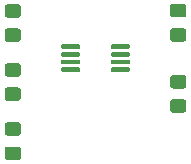
<source format=gbr>
%TF.GenerationSoftware,KiCad,Pcbnew,(5.1.6)-1*%
%TF.CreationDate,2020-09-22T06:28:04-04:00*%
%TF.ProjectId,Tutorial,5475746f-7269-4616-9c2e-6b696361645f,rev?*%
%TF.SameCoordinates,Original*%
%TF.FileFunction,Paste,Top*%
%TF.FilePolarity,Positive*%
%FSLAX46Y46*%
G04 Gerber Fmt 4.6, Leading zero omitted, Abs format (unit mm)*
G04 Created by KiCad (PCBNEW (5.1.6)-1) date 2020-09-22 06:28:04*
%MOMM*%
%LPD*%
G01*
G04 APERTURE LIST*
G04 APERTURE END LIST*
%TO.C,U1*%
G36*
G01*
X162300000Y-86125000D02*
X162300000Y-85925000D01*
G75*
G02*
X162400000Y-85825000I100000J0D01*
G01*
X163825000Y-85825000D01*
G75*
G02*
X163925000Y-85925000I0J-100000D01*
G01*
X163925000Y-86125000D01*
G75*
G02*
X163825000Y-86225000I-100000J0D01*
G01*
X162400000Y-86225000D01*
G75*
G02*
X162300000Y-86125000I0J100000D01*
G01*
G37*
G36*
G01*
X162300000Y-86775000D02*
X162300000Y-86575000D01*
G75*
G02*
X162400000Y-86475000I100000J0D01*
G01*
X163825000Y-86475000D01*
G75*
G02*
X163925000Y-86575000I0J-100000D01*
G01*
X163925000Y-86775000D01*
G75*
G02*
X163825000Y-86875000I-100000J0D01*
G01*
X162400000Y-86875000D01*
G75*
G02*
X162300000Y-86775000I0J100000D01*
G01*
G37*
G36*
G01*
X162300000Y-87425000D02*
X162300000Y-87225000D01*
G75*
G02*
X162400000Y-87125000I100000J0D01*
G01*
X163825000Y-87125000D01*
G75*
G02*
X163925000Y-87225000I0J-100000D01*
G01*
X163925000Y-87425000D01*
G75*
G02*
X163825000Y-87525000I-100000J0D01*
G01*
X162400000Y-87525000D01*
G75*
G02*
X162300000Y-87425000I0J100000D01*
G01*
G37*
G36*
G01*
X162300000Y-88075000D02*
X162300000Y-87875000D01*
G75*
G02*
X162400000Y-87775000I100000J0D01*
G01*
X163825000Y-87775000D01*
G75*
G02*
X163925000Y-87875000I0J-100000D01*
G01*
X163925000Y-88075000D01*
G75*
G02*
X163825000Y-88175000I-100000J0D01*
G01*
X162400000Y-88175000D01*
G75*
G02*
X162300000Y-88075000I0J100000D01*
G01*
G37*
G36*
G01*
X158075000Y-88075000D02*
X158075000Y-87875000D01*
G75*
G02*
X158175000Y-87775000I100000J0D01*
G01*
X159600000Y-87775000D01*
G75*
G02*
X159700000Y-87875000I0J-100000D01*
G01*
X159700000Y-88075000D01*
G75*
G02*
X159600000Y-88175000I-100000J0D01*
G01*
X158175000Y-88175000D01*
G75*
G02*
X158075000Y-88075000I0J100000D01*
G01*
G37*
G36*
G01*
X158075000Y-87425000D02*
X158075000Y-87225000D01*
G75*
G02*
X158175000Y-87125000I100000J0D01*
G01*
X159600000Y-87125000D01*
G75*
G02*
X159700000Y-87225000I0J-100000D01*
G01*
X159700000Y-87425000D01*
G75*
G02*
X159600000Y-87525000I-100000J0D01*
G01*
X158175000Y-87525000D01*
G75*
G02*
X158075000Y-87425000I0J100000D01*
G01*
G37*
G36*
G01*
X158075000Y-86775000D02*
X158075000Y-86575000D01*
G75*
G02*
X158175000Y-86475000I100000J0D01*
G01*
X159600000Y-86475000D01*
G75*
G02*
X159700000Y-86575000I0J-100000D01*
G01*
X159700000Y-86775000D01*
G75*
G02*
X159600000Y-86875000I-100000J0D01*
G01*
X158175000Y-86875000D01*
G75*
G02*
X158075000Y-86775000I0J100000D01*
G01*
G37*
G36*
G01*
X158075000Y-86125000D02*
X158075000Y-85925000D01*
G75*
G02*
X158175000Y-85825000I100000J0D01*
G01*
X159600000Y-85825000D01*
G75*
G02*
X159700000Y-85925000I0J-100000D01*
G01*
X159700000Y-86125000D01*
G75*
G02*
X159600000Y-86225000I-100000J0D01*
G01*
X158175000Y-86225000D01*
G75*
G02*
X158075000Y-86125000I0J100000D01*
G01*
G37*
%TD*%
%TO.C,R3*%
G36*
G01*
X153549999Y-89475000D02*
X154450001Y-89475000D01*
G75*
G02*
X154700000Y-89724999I0J-249999D01*
G01*
X154700000Y-90375001D01*
G75*
G02*
X154450001Y-90625000I-249999J0D01*
G01*
X153549999Y-90625000D01*
G75*
G02*
X153300000Y-90375001I0J249999D01*
G01*
X153300000Y-89724999D01*
G75*
G02*
X153549999Y-89475000I249999J0D01*
G01*
G37*
G36*
G01*
X153549999Y-87425000D02*
X154450001Y-87425000D01*
G75*
G02*
X154700000Y-87674999I0J-249999D01*
G01*
X154700000Y-88325001D01*
G75*
G02*
X154450001Y-88575000I-249999J0D01*
G01*
X153549999Y-88575000D01*
G75*
G02*
X153300000Y-88325001I0J249999D01*
G01*
X153300000Y-87674999D01*
G75*
G02*
X153549999Y-87425000I249999J0D01*
G01*
G37*
%TD*%
%TO.C,R2*%
G36*
G01*
X167549999Y-90475000D02*
X168450001Y-90475000D01*
G75*
G02*
X168700000Y-90724999I0J-249999D01*
G01*
X168700000Y-91375001D01*
G75*
G02*
X168450001Y-91625000I-249999J0D01*
G01*
X167549999Y-91625000D01*
G75*
G02*
X167300000Y-91375001I0J249999D01*
G01*
X167300000Y-90724999D01*
G75*
G02*
X167549999Y-90475000I249999J0D01*
G01*
G37*
G36*
G01*
X167549999Y-88425000D02*
X168450001Y-88425000D01*
G75*
G02*
X168700000Y-88674999I0J-249999D01*
G01*
X168700000Y-89325001D01*
G75*
G02*
X168450001Y-89575000I-249999J0D01*
G01*
X167549999Y-89575000D01*
G75*
G02*
X167300000Y-89325001I0J249999D01*
G01*
X167300000Y-88674999D01*
G75*
G02*
X167549999Y-88425000I249999J0D01*
G01*
G37*
%TD*%
%TO.C,R1*%
G36*
G01*
X167549999Y-84450000D02*
X168450001Y-84450000D01*
G75*
G02*
X168700000Y-84699999I0J-249999D01*
G01*
X168700000Y-85350001D01*
G75*
G02*
X168450001Y-85600000I-249999J0D01*
G01*
X167549999Y-85600000D01*
G75*
G02*
X167300000Y-85350001I0J249999D01*
G01*
X167300000Y-84699999D01*
G75*
G02*
X167549999Y-84450000I249999J0D01*
G01*
G37*
G36*
G01*
X167549999Y-82400000D02*
X168450001Y-82400000D01*
G75*
G02*
X168700000Y-82649999I0J-249999D01*
G01*
X168700000Y-83300001D01*
G75*
G02*
X168450001Y-83550000I-249999J0D01*
G01*
X167549999Y-83550000D01*
G75*
G02*
X167300000Y-83300001I0J249999D01*
G01*
X167300000Y-82649999D01*
G75*
G02*
X167549999Y-82400000I249999J0D01*
G01*
G37*
%TD*%
%TO.C,D1*%
G36*
G01*
X154450001Y-93575000D02*
X153549999Y-93575000D01*
G75*
G02*
X153300000Y-93325001I0J249999D01*
G01*
X153300000Y-92674999D01*
G75*
G02*
X153549999Y-92425000I249999J0D01*
G01*
X154450001Y-92425000D01*
G75*
G02*
X154700000Y-92674999I0J-249999D01*
G01*
X154700000Y-93325001D01*
G75*
G02*
X154450001Y-93575000I-249999J0D01*
G01*
G37*
G36*
G01*
X154450001Y-95625000D02*
X153549999Y-95625000D01*
G75*
G02*
X153300000Y-95375001I0J249999D01*
G01*
X153300000Y-94724999D01*
G75*
G02*
X153549999Y-94475000I249999J0D01*
G01*
X154450001Y-94475000D01*
G75*
G02*
X154700000Y-94724999I0J-249999D01*
G01*
X154700000Y-95375001D01*
G75*
G02*
X154450001Y-95625000I-249999J0D01*
G01*
G37*
%TD*%
%TO.C,C1*%
G36*
G01*
X154450001Y-83575000D02*
X153549999Y-83575000D01*
G75*
G02*
X153300000Y-83325001I0J249999D01*
G01*
X153300000Y-82674999D01*
G75*
G02*
X153549999Y-82425000I249999J0D01*
G01*
X154450001Y-82425000D01*
G75*
G02*
X154700000Y-82674999I0J-249999D01*
G01*
X154700000Y-83325001D01*
G75*
G02*
X154450001Y-83575000I-249999J0D01*
G01*
G37*
G36*
G01*
X154450001Y-85625000D02*
X153549999Y-85625000D01*
G75*
G02*
X153300000Y-85375001I0J249999D01*
G01*
X153300000Y-84724999D01*
G75*
G02*
X153549999Y-84475000I249999J0D01*
G01*
X154450001Y-84475000D01*
G75*
G02*
X154700000Y-84724999I0J-249999D01*
G01*
X154700000Y-85375001D01*
G75*
G02*
X154450001Y-85625000I-249999J0D01*
G01*
G37*
%TD*%
M02*

</source>
